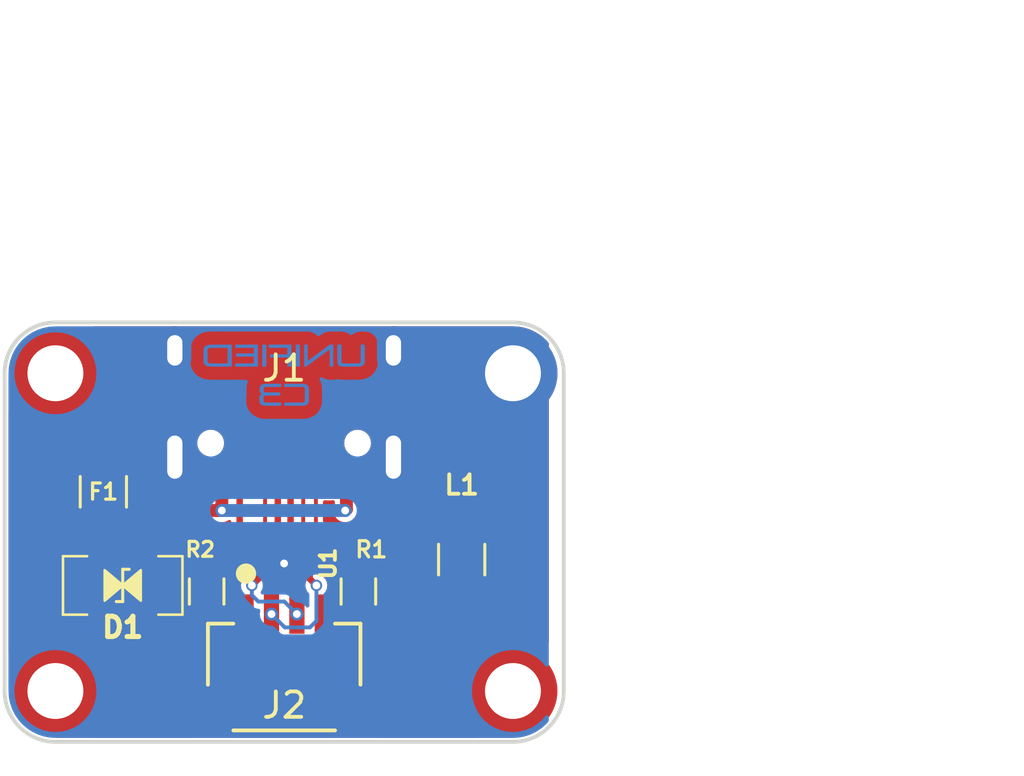
<source format=kicad_pcb>
(kicad_pcb (version 20211014) (generator pcbnew)
  (title_block (title "Unified Daughterboard") (date "2020-03-22") (rev "C3") (company "Designed by the keyboard community"))
  (layers (0 "F.Cu" signal) (31 "B.Cu" signal) (34 "B.Paste" user) (35 "F.Paste" user) (36 "B.SilkS" user "B.Silkscreen") (37 "F.SilkS" user "F.Silkscreen") (38 "B.Mask" user) (39 "F.Mask" user) (44 "Edge.Cuts" user))
  (net 0 "")
  (net 1 "GND")
  (net 2 "VCC")
  (net 3 "GNDPWR")
  (net 4 "Net-(J1-PadB8)")
  (net 5 "Net-(J1-PadA5)")
  (net 6 "DA+")
  (net 7 "Net-(J1-PadB5)")
  (net 8 "Net-(J1-PadA8)")
  (net 9 "DA-")
  (net 10 "VBUS")
  (footprint "random-keyboard-parts:Generic-Mounthole" (layer "F.Cu") (at 84.0045 58.543)
    (fp_text reference "MH2" hide)
    (fp_text value "Mount-M2" hide)
    (pad "1" thru_hole circle locked (at 0 0) (size 3.500001 3.500001) (drill 2.2) (layers *.Cu *.Mask) (net 3 "GNDPWR"))
  )
  (footprint "random-keyboard-parts:Generic-Mounthole" (layer "F.Cu") (at 66.0045 58.543)
    (fp_text reference "MH1")
    (fp_text value "Mount-M2" hide)
    (pad "" np_thru_hole circle locked (at 0 0) (size 3.500001 3.500001) (drill 2.2) (layers "F.Cu" "F.Mask") (clearance 0.508))
  )
  (footprint "acheron_Connectors:TYPE-C-31-M-12" (layer "F.Cu") (at 75.0025 63.343 180)
    (fp_text reference "J1" (at 0 5) (layer "F.SilkS"))
    (fp_text value "TYPE-C-31-M12_13")
    (pad "" np_thru_hole circle locked (at -2.89 2.051 180) (size 0.65 0.65) (drill 0.65) (layers *.Cu *.Mask))
    (pad "" np_thru_hole circle locked (at 2.89 2.051 180) (size 0.65 0.65) (drill 0.65) (layers *.Cu *.Mask))
    (pad "A1" smd roundrect locked (at -3.25 1.275 180) (size 0.6 1.45) (drill (offset 0 -0.55)) (layers "F.Cu" "F.Paste" "F.Mask") (net 3 "GNDPWR"))
    (pad "A4" smd roundrect locked (at -2.45 1.275 180) (size 0.6 1.45) (drill (offset 0 -0.55)) (layers "F.Cu" "F.Paste" "F.Mask") (net 10 "VBUS"))
    (pad "A5" smd roundrect locked (at -1.25 1.275 180) (size 0.3 1.45) (drill (offset 0 -0.55)) (layers "F.Cu" "F.Paste" "F.Mask") (net 5 "Net-(J1-PadA5)"))
    (pad "A6" smd roundrect locked (at -0.254 1.275 180) (size 0.3 1.45) (drill (offset 0 -0.55)) (layers "F.Cu" "F.Paste" "F.Mask") (net 6 "DA+"))
    (pad "A7" smd roundrect locked (at 0.25 1.275 180) (size 0.3 1.45) (drill (offset 0 -0.55)) (layers "F.Cu" "F.Paste" "F.Mask") (net 9 "DA-"))
    (pad "A8" smd roundrect locked (at 1.25 1.275 180) (size 0.3 1.45) (drill (offset 0 -0.55)) (layers "F.Cu" "F.Paste" "F.Mask") (net 8 "Net-(J1-PadA8)"))
    (pad "B1" smd roundrect locked (at 3.25 1.275 180) (size 0.6 1.45) (drill (offset 0 -0.55)) (layers "F.Cu" "F.Paste" "F.Mask") (net 3 "GNDPWR"))
    (pad "B4" smd roundrect locked (at 2.45 1.275 180) (size 0.6 1.45) (drill (offset 0 -0.55)) (layers "F.Cu" "F.Paste" "F.Mask") (net 10 "VBUS"))
    (pad "B5" smd roundrect locked (at 1.75 1.275 180) (size 0.3 1.45) (drill (offset 0 -0.55)) (layers "F.Cu" "F.Paste" "F.Mask") (net 7 "Net-(J1-PadB5)"))
    (pad "B6" smd roundrect locked (at 0.75 1.275 180) (size 0.3 1.45) (drill (offset 0 -0.55)) (layers "F.Cu" "F.Paste" "F.Mask") (net 6 "DA+"))
    (pad "B7" smd roundrect locked (at -0.75 1.275 180) (size 0.3 1.45) (drill (offset 0 -0.55)) (layers "F.Cu" "F.Paste" "F.Mask") (net 9 "DA-"))
    (pad "B8" smd roundrect locked (at -1.75 1.275 180) (size 0.3 1.45) (drill (offset 0 -0.55)) (layers "F.Cu" "F.Paste" "F.Mask") (net 4 "Net-(J1-PadB8)"))
    (pad "S" thru_hole oval locked (at -4.3 1.5 180) (size 1.1 2.2) (drill oval 0.6 1.7) (layers *.Cu *.Mask) (net 3 "GNDPWR"))
    (pad "S" thru_hole oval locked (at 4.3 5.7 180) (size 1.3 1.9) (drill oval 0.6 1.2) (layers *.Cu *.Mask) (net 3 "GNDPWR"))
    (pad "S" thru_hole oval locked (at -4.3 5.7 180) (size 1.3 1.9) (drill oval 0.6 1.2) (layers *.Cu *.Mask) (net 3 "GNDPWR"))
    (pad "S" thru_hole oval locked (at 4.3 1.5 180) (size 1.1 2.2) (drill oval 0.6 1.7) (layers *.Cu *.Mask) (net 3 "GNDPWR"))
  )
  (footprint "random-keyboard-parts:JST-SR-4" (layer "F.Cu") (at 75.0045 72.793)
    (fp_text reference "J2" (at 0.004 -1.189) (layer "F.SilkS"))
    (fp_text value "SM04B-SRSS-TB(LF)(SN)")
    (fp_line (start 2 -4.4) (end 3 -4.4) (layer "F.SilkS") (width 0.15))
    (fp_line (start 3 -4.4) (end 3 -2) (layer "F.SilkS") (width 0.15))
    (fp_line (start -3 -2) (end -3 -4.4) (layer "F.SilkS") (width 0.15))
    (fp_line (start 2 -0.2) (end -2 -0.2) (layer "F.SilkS") (width 0.15))
    (fp_line (start -3 -4.4) (end -2 -4.4) (layer "F.SilkS") (width 0.15))
    (pad "" smd rect locked (at 2.8 -0.9) (size 1.2 1.8) (layers "F.Cu" "F.Paste" "F.Mask"))
    (pad "" smd rect locked (at -2.8 -0.9) (size 1.2 1.8) (layers "F.Cu" "F.Paste" "F.Mask"))
    (pad "1" smd rect locked (at -1.5 -4.775) (size 0.6 1.55) (layers "F.Cu" "F.Paste" "F.Mask") (net 2 "VCC"))
    (pad "2" smd rect locked (at -0.5 -4.775) (size 0.6 1.55) (layers "F.Cu" "F.Paste" "F.Mask") (net 9 "DA-"))
    (pad "3" smd rect locked (at 0.5 -4.775) (size 0.6 1.55) (layers "F.Cu" "F.Paste" "F.Mask") (net 6 "DA+"))
    (pad "4" smd rect locked (at 1.5 -4.775) (size 0.6 1.55) (layers "F.Cu" "F.Paste" "F.Mask") (net 1 "GND"))
  )
  (footprint "acheron_Components:D_SOD-123_Bidirectional" (layer "F.Cu") (at 68.6525 66.89 180)
    (fp_text reference "D1" (at 0 -1.651 180) (layer "F.SilkS") (effects (font (size 0.8 0.8) (thickness 0.2))))
    (fp_text value "SMF9.0CA")
    (fp_line (start 0 0.635) (end 0 -0.635) (layer "F.SilkS") (width 0.12))
    (fp_line (start 2.35 -1.15) (end 1.4 -1.15) (layer "F.SilkS") (width 0.1016))
    (fp_line (start -2.35 1.15) (end -1.4 1.15) (layer "F.SilkS") (width 0.1016))
    (fp_line (start 2.35 -1.15) (end 2.35 1.15) (layer "F.SilkS") (width 0.1016))
    (fp_line (start -2.35 1.15) (end -2.35 -1.15) (layer "F.SilkS") (width 0.1016))
    (fp_line (start 0 0.635) (end -0.254 0.635) (layer "F.SilkS") (width 0.12))
    (fp_line (start 0 -0.635) (end 0.254 -0.635) (layer "F.SilkS") (width 0.12))
    (fp_line (start -2.35 -1.15) (end -1.4 -1.15) (layer "F.SilkS") (width 0.1016))
    (fp_line (start 2.35 1.15) (end 1.4 1.15) (layer "F.SilkS") (width 0.1016))
    (fp_poly (pts (xy 0 0) (xy -0.711 0.6) (xy -0.711 -0.6)) (layer "F.SilkS") (width 0.1) (fill solid))
    (fp_poly (pts (xy 0 0) (xy 0.711 -0.6) (xy 0.711 0.6)) (layer "F.SilkS") (width 0.1) (fill solid))
    (pad "1" smd roundrect locked (at -1.65 0 180) (size 1 1.2) (layers "F.Cu" "F.Paste" "F.Mask") (net 3 "GNDPWR"))
    (pad "2" smd roundrect locked (at 1.65 0 180) (size 1 1.2) (layers "F.Cu" "F.Paste" "F.Mask") (net 2 "VCC"))
  )
  (footprint "random-keyboard-parts:Generic-Mounthole" (layer "F.Cu") (at 84.0045 71.043)
    (fp_text reference "MH4" hide)
    (fp_text value "Mount-M2" hide)
    (pad "" np_thru_hole circle locked (at 0 0) (size 3.500001 3.500001) (drill 2.2) (layers "F.Cu" "F.Mask") (clearance 0.508))
  )
  (footprint "random-keyboard-parts:Generic-Mounthole" (layer "F.Cu") (at 66.0045 71.043)
    (fp_text reference "MH3" hide)
    (fp_text value "Mount-M2" hide)
    (pad "" np_thru_hole circle locked (at 0 0) (size 3.500001 3.500001) (drill 2.2) (layers "F.Cu" "F.Mask") (clearance 0.508))
  )
  (footprint "Fuse:Fuse_1206_3216Metric" (layer "F.Cu") (at 67.8905 63.207 -90)
    (fp_text reference "F1" (at 0 0) (layer "F.SilkS") (effects (font (size 0.635 0.635) (thickness 0.127))))
    (fp_text value "ASMD1206-150")
    (fp_line (start -0.602064 -0.91) (end 0.602064 -0.91) (layer "F.SilkS") (width 0.12))
    (fp_line (start -0.602064 0.91) (end 0.602064 0.91) (layer "F.SilkS") (width 0.12))
    (pad "1" smd roundrect locked (at -1.4 0 270) (size 1.25 1.75) (layers "F.Cu" "F.Paste" "F.Mask") (roundrect_rratio 0.2) (net 10 "VBUS"))
    (pad "2" smd roundrect locked (at 1.4 0 270) (size 1.25 1.75) (layers "F.Cu" "F.Paste" "F.Mask") (roundrect_rratio 0.2) (net 2 "VCC"))
  )
  (footprint "acheron_Components:USON-10_2.5x1.0mm_P0.5mm" (layer "F.Cu") (at 75.0025 66.0264 90)
    (fp_text reference "U1" (at 0 1.7272 90) (layer "F.SilkS") (effects (font (size 0.6 0.6))))
    (fp_text value "TPD4E05U06DQAR")
    (fp_circle (center -0.4 -1.5) (end -0.4 -1.5) (layer "F.SilkS") (width 0.4) (fill none))
    (pad "1" smd roundrect locked (at -0.385 -1) (size 0.25 0.55) (layers "F.Cu" "F.Paste" "F.Mask") (roundrect_rratio 0.5) (net 6 "DA+"))
    (pad "2" smd rect locked (at -0.385 -0.5) (size 0.25 0.55) (layers "F.Cu" "F.Paste" "F.Mask") (net 9 "DA-"))
    (pad "3" smd rect locked (at -0.385 0) (size 0.3 0.55) (layers "F.Cu" "F.Paste" "F.Mask") (net 3 "GNDPWR"))
    (pad "4" smd rect locked (at -0.385 0.5) (size 0.25 0.55) (layers "F.Cu" "F.Paste" "F.Mask") (net 6 "DA+"))
    (pad "5" smd rect locked (at -0.385 1) (size 0.25 0.55) (layers "F.Cu" "F.Paste" "F.Mask") (net 9 "DA-"))
    (pad "6" smd rect locked (at 0.385 1) (size 0.25 0.55) (layers "F.Cu" "F.Paste" "F.Mask") (net 9 "DA-"))
    (pad "7" smd rect locked (at 0.385 0.5) (size 0.25 0.55) (layers "F.Cu" "F.Paste" "F.Mask") (net 6 "DA+"))
    (pad "8" smd rect locked (at 0.385 0) (size 0.3 0.55) (layers "F.Cu" "F.Paste" "F.Mask") (net 3 "GNDPWR"))
    (pad "9" smd rect locked (at 0.385 -0.5) (size 0.25 0.55) (layers "F.Cu" "F.Paste" "F.Mask") (net 9 "DA-"))
    (pad "10" smd rect locked (at 0.385 -1) (size 0.25 0.55) (layers "F.Cu" "F.Paste" "F.Mask") (net 6 "DA+"))
  )
  (footprint "Resistors_SMD:R_0603" (layer "F.Cu") (at 71.9545 67.129 -90)
    (fp_text reference "R2" (at -1.651 0.254 180) (layer "F.SilkS") (effects (font (size 0.5842 0.5842) (thickness 0.127))))
    (fp_text value "5.1k")
    (fp_line (start -0.5 -0.68) (end 0.5 -0.68) (layer "F.SilkS") (width 0.12))
    (fp_line (start 0.5 0.68) (end -0.5 0.68) (layer "F.SilkS") (width 0.12))
    (pad "1" smd rect locked (at -0.75 0 270) (size 0.5 0.9) (layers "F.Cu" "F.Paste" "F.Mask") (net 7 "Net-(J1-PadB5)"))
    (pad "2" smd rect locked (at 0.75 0 270) (size 0.5 0.9) (layers "F.Cu" "F.Paste" "F.Mask") (net 3 "GNDPWR"))
  )
  (footprint "Resistors_SMD:R_0603" (layer "F.Cu") (at 77.9235 67.129 -90)
    (fp_text reference "R1" (at -1.651 -0.508) (layer "F.SilkS") (effects (font (size 0.635 0.635) (thickness 0.127))))
    (fp_text value "5.1k")
    (fp_line (start 0.5 0.68) (end -0.5 0.68) (layer "F.SilkS") (width 0.12))
    (fp_line (start -0.5 -0.68) (end 0.5 -0.68) (layer "F.SilkS") (width 0.12))
    (pad "1" smd rect locked (at -0.75 0 270) (size 0.5 0.9) (layers "F.Cu" "F.Paste" "F.Mask") (net 5 "Net-(J1-PadA5)"))
    (pad "2" smd rect locked (at 0.75 0 270) (size 0.5 0.9) (layers "F.Cu" "F.Paste" "F.Mask") (net 3 "GNDPWR"))
  )
  (footprint "Inductor_SMD:L_1206_3216Metric" (layer "F.Cu") (at 81.9875 65.874 90)
    (fp_text reference "L1" (at 2.936 0 180) (layer "F.SilkS") (effects (font (size 0.762 0.762) (thickness 0.1524))))
    (fp_text value "60R@100MHz")
    (fp_line (start -0.602064 -0.91) (end 0.602064 -0.91) (layer "F.SilkS") (width 0.12))
    (fp_line (start -0.602064 0.91) (end 0.602064 0.91) (layer "F.SilkS") (width 0.12))
    (pad "1" smd roundrect locked (at -1.4 0 90) (size 1.25 1.75) (layers "F.Cu" "F.Paste" "F.Mask") (roundrect_rratio 0.2) (net 1 "GND"))
    (pad "2" smd roundrect locked (at 1.4 0 90) (size 1.25 1.75) (layers "F.Cu" "F.Paste" "F.Mask") (roundrect_rratio 0.2) (net 3 "GNDPWR"))
  )
  (footprint "Unified-Daughterboard-Logo:Unified-Daughterboard-Name.pretty" (layer "B.Cu") (at 75.0025 58.62 180)
    (fp_text reference "G2" hide)
    (fp_text value "Unified-Daughterboard-Name" hide)
    (pad "1" smd custom locked (at 0.78 0.91 180) (size 0.1 0.1) (layers "B.Cu" "B.Mask") (options (clearance outline) (anchor circle)) (primitives (gr_poly (pts (xy 0.082346 0.294029) (xy -0.08184 0.294029) (xy -0.08184 -0.574233) (xy 0.082346 -0.574233)) (width 0) (fill yes))))
    (pad "1" smd custom locked (at 0.52 -0.73 180) (size 0.1 0.1) (layers "B.Cu" "B.Mask") (options (clearance outline) (anchor circle)) (primitives (gr_poly (pts (xy -0.066911 -0.474026) (xy -0.029886 -0.474008) (xy 0.004963 -0.473974) (xy 0.037575 -0.473927) (xy 0.067891 -0.473865) (xy 0.095849 -0.473788) (xy 0.12139 -0.473699) (xy 0.144453 -0.473596) (xy 0.164979 -0.473479) (xy 0.182908 -0.47335) (xy 0.198179 -0.473209) (xy 0.210732 -0.473055) (xy 0.220507 -0.472889) (xy 0.227444 -0.472711) (xy 0.231483 -0.472522) (xy 0.237137 -0.472068) (xy 0.265071 -0.469006) (xy 0.29046 -0.464759) (xy 0.313456 -0.459297) (xy 0.33421 -0.452591) (xy 0.334816 -0.452364) (xy 0.358101 -0.442428) (xy 0.37881 -0.431054) (xy 0.396964 -0.418223) (xy 0.412579 -0.40392) (xy 0.425675 -0.388126) (xy 0.436271 -0.370825) (xy 0.444385 -0.352) (xy 0.446185 -0.346852) (xy 0.448098 -0.341211) (xy 0.44972 -0.336013) (xy 0.451078 -0.330975) (xy 0.452198 -0.325813) (xy 0.453106 -0.320243) (xy 0.453827 -0.313983) (xy 0.454388 -0.306749) (xy 0.454815 -0.298257) (xy 0.455134 -0.288225) (xy 0.45537 -0.276368) (xy 0.45555 -0.262402) (xy 0.455699 -0.246046) (xy 0.455845 -0.227015) (xy 0.455901 -0.219124) (xy 0.456011 -0.199114) (xy 0.456045 -0.181718) (xy 0.45599 -0.166684) (xy 0.455834 -0.153757) (xy 0.455565 -0.142686) (xy 0.45517 -0.133217) (xy 0.454638 -0.125097) (xy 0.453956 -0.118075) (xy 0.453111 -0.111896) (xy 0.452092 -0.106308) (xy 0.450886 -0.101058) (xy 0.449481 -0.095893) (xy 0.448048 -0.091184) (xy 0.443513 -0.079144) (xy 0.437945 -0.06865) (xy 0.430795 -0.058772) (xy 0.421513 -0.048579) (xy 0.408658 -0.036859) (xy 0.391868 -0.024655) (xy 0.374014 -0.014706) (xy 0.355658 -0.007361) (xy 0.35215 -0.006203) (xy 0.348261 -0.004834) (xy 0.346233 -0.004003) (xy 0.346162 -0.003934) (xy 0.34719 -0.003066) (xy 0.35037 -0.001668) (xy 0.355107 -0.000007) (xy 0.36731 0.004652) (xy 0.383421 0.013403) (xy 0.39796 0.024494) (xy 0.410787 0.03775) (xy 0.421759 0.052993) (xy 0.430735 0.070047) (xy 0.437575 0.088735) (xy 0.442136 0.108879) (xy 0.442139 0.108898) (xy 0.442861 0.115151) (xy 0.443453 0.123868) (xy 0.443917 0.134561) (xy 0.444252 0.146738) (xy 0.444456 0.159912) (xy 0.444531 0.173593) (xy 0.444476 0.187292) (xy 0.44429 0.200519) (xy 0.443972 0.212784) (xy 0.443524 0.2236) (xy 0.442943 0.232475) (xy 0.442231 0.238921) (xy 0.442093 0.239803) (xy 0.43736 0.262045) (xy 0.430475 0.282284) (xy 0.421412 0.300576) (xy 0.410142 0.316976) (xy 0.396639 0.331537) (xy 0.395515 0.332578) (xy 0.379667 0.345468) (xy 0.361931 0.356757) (xy 0.342202 0.366479) (xy 0.320374 0.374669) (xy 0.296342 0.38136) (xy 0.269999 0.386589) (xy 0.24124 0.39039) (xy 0.20996 0.392797) (xy 0.206929 0.392927) (xy 0.199447 0.39313) (xy 0.189048 0.393313) (xy 0.175759 0.393475) (xy 0.159607 0.393616) (xy 0.140617 0.393736) (xy 0.118817 0.393835) (xy 0.094232 0.393912) (xy 0.066889 0.393969) (xy 0.036814 0.394003) (xy 0.004034 0.394017) (xy -0.031425 0.394008) (xy -0.069537 0.393978) (xy -0.110275 0.393927) (xy -0.400928 0.393493) (xy -0.401314 0.32956) (xy -0.401699 0.265627) (xy -0.095869 0.265175) (xy -0.089214 0.265166) (xy -0.054206 0.265112) (xy -0.022011 0.26506) (xy 0.007495 0.265008) (xy 0.034436 0.264954) (xy 0.058934 0.264898) (xy 0.081114 0.264838) (xy 0.101099 0.264773) (xy 0.119012 0.264703) (xy 0.134977 0.264625) (xy 0.149117 0.264538) (xy 0.161556 0.264442) (xy 0.172416 0.264335) (xy 0.181822 0.264216) (xy 0.189898 0.264083) (xy 0.196765 0.263937) (xy 0.202549 0.263774) (xy 0.207372 0.263595) (xy 0.211358 0.263398) (xy 0.21463 0.263182) (xy 0.217312 0.262945) (xy 0.219527 0.262687) (xy 0.221398 0.262406) (xy 0.22305 0.262101) (xy 0.235632 0.259124) (xy 0.246579 0.255351) (xy 0.255535 0.250693) (xy 0.262986 0.244896) (xy 0.269417 0.237704) (xy 0.270432 0.236357) (xy 0.27271 0.233097) (xy 0.274566 0.229844) (xy 0.276047 0.226267) (xy 0.277201 0.222038) (xy 0.278074 0.216826) (xy 0.278713 0.210304) (xy 0.279165 0.20214) (xy 0.279478 0.192007) (xy 0.279698 0.179573) (xy 0.279873 0.164511) (xy 0.279893 0.162473) (xy 0.280015 0.147592) (xy 0.280035 0.135283) (xy 0.279921 0.125202) (xy 0.279642 0.117006) (xy 0.279164 0.110352) (xy 0.278455 0.104896) (xy 0.277483 0.100294) (xy 0.276214 0.096204) (xy 0.274618 0.092282) (xy 0.272661 0.088185) (xy 0.268629 0.08143) (xy 0.2623 0.074348) (xy 0.254177 0.06852) (xy 0.243885 0.063686) (xy 0.231049 0.059589) (xy 0.218836 0.056317) (xy -0.36395 0.054767) (xy -0.36472 -0.073087) (xy -0.078859 -0.073598) (xy -0.050795 -0.073647) (xy -0.018414 -0.073702) (xy 0.011242 -0.073755) (xy 0.038304 -0.073808) (xy 0.062901 -0.073865) (xy 0.085163 -0.07393) (xy 0.10522 -0.074005) (xy 0.123202 -0.074095) (xy 0.139238 -0.074203) (xy 0.153457 -0.074332) (xy 0.165991 -0.074485) (xy 0.176968 -0.074668) (xy 0.186519 -0.074882) (xy 0.194773 -0.075131) (xy 0.201859 -0.075419) (xy 0.207909 -0.075749) (xy 0.21305 -0.076125) (xy 0.217414 -0.076549) (xy 0.22113 -0.077027) (xy 0.224328 -0.077561) (xy 0.227137 -0.078154) (xy 0.229687 -0.07881) (xy 0.232109 -0.079533) (xy 0.234531 -0.080326) (xy 0.237084 -0.081192) (xy 0.239897 -0.082135) (xy 0.242024 -0.082851) (xy 0.256147 -0.088622) (xy 0.267622 -0.095389) (xy 0.276633 -0.103349) (xy 0.283362 -0.112695) (xy 0.287993 -0.123624) (xy 0.290709 -0.13633) (xy 0.290791 -0.136997) (xy 0.291226 -0.142773) (xy 0.291546 -0.151397) (xy 0.291751 -0.162775) (xy 0.291838 -0.176815) (xy 0.291807 -0.193423) (xy 0.291656 -0.212506) (xy 0.29154 -0.223211) (xy 0.291345 -0.238241) (xy 0.29111 -0.250811) (xy 0.290801 -0.26123) (xy 0.290384 -0.269806) (xy 0.289826 -0.276847) (xy 0.289093 -0.28266) (xy 0.288151 -0.287554) (xy 0.286966 -0.291836) (xy 0.285505 -0.295814) (xy 0.283733 -0.299797) (xy 0.281618 -0.304092) (xy 0.28113 -0.305037) (xy 0.27485 -0.314468) (xy 0.266565 -0.322593) (xy 0.256059 -0.329555) (xy 0.243116 -0.335501) (xy 0.22752 -0.340576) (xy 0.21292 -0.344604) (xy -0.094004 -0.345344) (xy -0.400928 -0.346083) (xy -0.401314 -0.410057) (xy -0.401699 -0.47403) (xy -0.095055 -0.47403)) (width 0) (fill yes))))
    (pad "1" smd custom locked (at -0.21 1.11 180) (size 0.1 0.1) (layers "B.Cu" "B.Mask") (options (clearance outline) (anchor circle)) (primitives (gr_poly (pts (xy 0.003288 -0.773876) (xy 0.085012 -0.773493) (xy 0.085387 -0.594886) (xy 0.085763 -0.416278) (xy 0.764682 -0.416278) (xy 0.764682 -0.287592) (xy 0.085751 -0.287592) (xy 0.085751 -0.034657) (xy 0.813494 -0.034657) (xy 0.813494 0.094029) (xy -0.078435 0.094029) (xy -0.078435 -0.774258)) (width 0) (fill yes))))
    (pad "1" smd custom locked (at 1.12 1.09 180) (size 0.1 0.1) (layers "B.Cu" "B.Mask") (options (clearance outline) (anchor circle)) (primitives (gr_poly (pts (xy 0.801419 -0.625552) (xy 0.437177 -0.62518) (xy 0.072936 -0.624807) (xy 0.072558 -0.492053) (xy 0.072181 -0.359299) (xy 0.76444 -0.359299) (xy 0.76444 -0.230613) (xy 0.072197 -0.230613) (xy 0.072197 -0.014657) (xy 0.801419 -0.014657) (xy 0.801419 0.114029) (xy -0.091989 0.114029) (xy -0.091989 -0.319116) (xy -0.091987 -0.350411) (xy -0.091978 -0.385353) (xy -0.091963 -0.419426) (xy -0.091941 -0.452515) (xy -0.091914 -0.484502) (xy -0.091882 -0.515272) (xy -0.091844 -0.544709) (xy -0.091802 -0.572696) (xy -0.091755 -0.599118) (xy -0.091703 -0.623859) (xy -0.091647 -0.646802) (xy -0.091588 -0.667831) (xy -0.091524 -0.686831) (xy -0.091458 -0.703685) (xy -0.091388 -0.718277) (xy -0.091316 -0.730491) (xy -0.091241 -0.740211) (xy -0.091164 -0.747321) (xy -0.091084 -0.751705) (xy -0.091003 -0.753247) (xy -0.09095 -0.75326) (xy -0.088934 -0.75334) (xy -0.084093 -0.753417) (xy -0.076541 -0.753493) (xy -0.066393 -0.753567) (xy -0.053764 -0.753638) (xy -0.038766 -0.753707) (xy -0.021516 -0.753772) (xy -0.002127 -0.753834) (xy 0.019286 -0.753893) (xy 0.042608 -0.753947) (xy 0.067726 -0.753998) (xy 0.094525 -0.754045) (xy 0.122891 -0.754087) (xy 0.152708 -0.754124) (xy 0.183864 -0.754156) (xy 0.216242 -0.754183) (xy 0.24973 -0.754204) (xy 0.284211 -0.75422) (xy 0.319573 -0.75423) (xy 0.355701 -0.754233) (xy 0.801419 -0.754233)) (width 0) (fill yes))))
    (pad "1" smd custom locked (at -3.1 0.8 180) (size 0.1 0.1) (layers "B.Cu" "B.Mask") (options (clearance outline) (anchor circle)) (primitives (gr_poly (pts (xy 0.533046 -0.464006) (xy 0.56005 -0.463987) (xy 0.586556 -0.463959) (xy 0.612387 -0.46392) (xy 0.637369 -0.463872) (xy 0.661326 -0.463814) (xy 0.684081 -0.463747) (xy 0.70546 -0.463669) (xy 0.725286 -0.463582) (xy 0.743383 -0.463485) (xy 0.759577 -0.463378) (xy 0.773691 -0.463261) (xy 0.785549 -0.463134) (xy 0.794977 -0.462998) (xy 0.801797 -0.462851) (xy 0.805835 -0.462694) (xy 0.809248 -0.462474) (xy 0.830305 -0.460737) (xy 0.849006 -0.458433) (xy 0.865846 -0.455443) (xy 0.88132 -0.451648) (xy 0.895924 -0.44693) (xy 0.910155 -0.441169) (xy 0.924506 -0.434247) (xy 0.925882 -0.433527) (xy 0.943719 -0.42249) (xy 0.959403 -0.409438) (xy 0.97288 -0.394443) (xy 0.984093 -0.377575) (xy 0.992987 -0.358905) (xy 0.999505 -0.338505) (xy 1.000264 -0.33551) (xy 1.001227 -0.331773) (xy 1.002118 -0.328305) (xy 1.002938 -0.324986) (xy 1.003692 -0.321698) (xy 1.004382 -0.31832) (xy 1.005011 -0.314732) (xy 1.005582 -0.310816) (xy 1.006098 -0.306452) (xy 1.006562 -0.301521) (xy 1.006978 -0.295902) (xy 1.007348 -0.289476) (xy 1.007675 -0.282124) (xy 1.007962 -0.273726) (xy 1.008212 -0.264163) (xy 1.008429 -0.253315) (xy 1.008615 -0.241063) (xy 1.008774 -0.227287) (xy 1.008908 -0.211867) (xy 1.00902 -0.194684) (xy 1.009113 -0.175619) (xy 1.009192 -0.154552) (xy 1.009257 -0.131363) (xy 1.009313 -0.105933) (xy 1.009362 -0.078142) (xy 1.009408 -0.047871) (xy 1.009454 -0.015001) (xy 1.009502 0.020589) (xy 1.009556 0.059017) (xy 1.010053 0.404029) (xy 0.844293 0.404029) (xy 0.844293 0.067094) (xy 0.844292 0.034112) (xy 0.844287 -0.001018) (xy 0.844278 -0.033401) (xy 0.844263 -0.063151) (xy 0.844243 -0.090381) (xy 0.844216 -0.115203) (xy 0.844182 -0.137732) (xy 0.844139 -0.15808) (xy 0.844088 -0.176361) (xy 0.844027 -0.192687) (xy 0.843956 -0.207172) (xy 0.843874 -0.219928) (xy 0.84378 -0.231069) (xy 0.843673 -0.240709) (xy 0.843553 -0.24896) (xy 0.843419 -0.255935) (xy 0.84327 -0.261748) (xy 0.843106 -0.266511) (xy 0.842926 -0.270338) (xy 0.842728 -0.273342) (xy 0.842513 -0.275636) (xy 0.842279 -0.277334) (xy 0.842026 -0.278547) (xy 0.841693 -0.279782) (xy 0.836778 -0.292623) (xy 0.829625 -0.303717) (xy 0.820189 -0.313093) (xy 0.808426 -0.320781) (xy 0.794289 -0.326811) (xy 0.777734 -0.331215) (xy 0.758715 -0.334021) (xy 0.757371 -0.334117) (xy 0.752564 -0.334299) (xy 0.745076 -0.334468) (xy 0.735089 -0.334626) (xy 0.722784 -0.334772) (xy 0.708343 -0.334906) (xy 0.691949 -0.335028) (xy 0.673782 -0.335138) (xy 0.654026 -0.335236) (xy 0.632862 -0.335322) (xy 0.610471 -0.335397) (xy 0.587037 -0.335459) (xy 0.56274 -0.335509) (xy 0.537763 -0.335548) (xy 0.512288 -0.335574) (xy 0.486496 -0.335589) (xy 0.46057 -0.335592) (xy 0.434691 -0.335583) (xy 0.409041 -0.335562) (xy 0.383803 -0.335529) (xy 0.359158 -0.335484) (xy 0.335288 -0.335427) (xy 0.312375 -0.335358) (xy 0.290601 -0.335278) (xy 0.270149 -0.335185) (xy 0.251199 -0.335081) (xy 0.233933 -0.334964) (xy 0.218535 -0.334836) (xy 0.205185 -0.334696) (xy 0.194065 -0.334544) (xy 0.185359 -0.33438) (xy 0.179246 -0.334204) (xy 0.17591 -0.334016) (xy 0.159412 -0.331646) (xy 0.142509 -0.327411) (xy 0.128049 -0.321571) (xy 0.115997 -0.314107) (xy 0.106317 -0.305001) (xy 0.098977 -0.294237) (xy 0.098866 -0.29403) (xy 0.097893 -0.292277) (xy 0.096994 -0.290699) (xy 0.096166 -0.289178) (xy 0.095405 -0.287598) (xy 0.094709 -0.285845) (xy 0.094075 -0.283801) (xy 0.0935 -0.281351) (xy 0.092981 -0.278379) (xy 0.092515 -0.274769) (xy 0.0921 -0.270405) (xy 0.091732 -0.26517) (xy 0.091408 -0.258949) (xy 0.091127 -0.251626) (xy 0.090884 -0.243085) (xy 0.090677 -0.233209) (xy 0.090503 -0.221883) (xy 0.09036 -0.208991) (xy 0.090244 -0.194417) (xy 0.090152 -0.178044) (xy 0.090082 -0.159757) (xy 0.09003 -0.13944) (xy 0.089995 -0.116977) (xy 0.089972 -0.092251) (xy 0.089959 -0.065147) (xy 0.089953 -0.035549) (xy 0.089952 -0.003341) (xy 0.089952 0.031594) (xy 0.089951 0.069371) (xy 0.089925 0.404029) (xy -0.07426 0.404029) (xy -0.074233 0.064934) (xy -0.074233 0.056895) (xy -0.074227 0.019475) (xy -0.074217 -0.015124) (xy -0.074202 -0.047016) (xy -0.074181 -0.076313) (xy -0.074153 -0.10313) (xy -0.074119 -0.12758) (xy -0.074076 -0.149778) (xy -0.074025 -0.169835) (xy -0.073965 -0.187867) (xy -0.073894 -0.203987) (xy -0.073813 -0.218309) (xy -0.07372 -0.230945) (xy -0.073615 -0.242011) (xy -0.073498 -0.251618) (xy -0.073366 -0.259882) (xy -0.07322 -0.266916) (xy -0.07306 -0.272833) (xy -0.072883 -0.277748) (xy -0.07269 -0.281773) (xy -0.07248 -0.285022) (xy -0.072252 -0.287609) (xy -0.072005 -0.289648) (xy -0.070903 -0.296724) (xy -0.065671 -0.320281) (xy -0.058291 -0.341867) (xy -0.048721 -0.361574) (xy -0.036916 -0.379497) (xy -0.022834 -0.39573) (xy -0.01687 -0.401474) (xy -0.003985 -0.412081) (xy 0.010583 -0.421761) (xy 0.027473 -0.430958) (xy 0.034325 -0.434254) (xy 0.056097 -0.4432) (xy 0.079213 -0.450434) (xy 0.103987 -0.456031) (xy 0.130734 -0.460065) (xy 0.159766 -0.462612) (xy 0.162074 -0.462714) (xy 0.168001 -0.462866) (xy 0.176592 -0.463008) (xy 0.187672 -0.463141) (xy 0.201065 -0.463265) (xy 0.216596 -0.46338) (xy 0.234088 -0.463485) (xy 0.253366 -0.463581) (xy 0.274255 -0.463667) (xy 0.296578 -0.463744) (xy 0.32016 -0.463811) (xy 0.344824 -0.463869) (xy 0.370397 -0.463917) (xy 0.396701 -0.463956) (xy 0.423561 -0.463985) (xy 0.450801 -0.464005) (xy 0.478246 -0.464015) (xy 0.505719 -0.464015)) (width 0) (fill yes))))
    (pad "1" smd custom locked (at -0.9 -0.79 180) (size 0.1 0.1) (layers "B.Cu" "B.Mask") (options (clearance outline) (anchor circle)) (primitives (gr_poly (pts (xy 0.894083 -0.285396) (xy 0.162643 -0.284604) (xy 0.148215 -0.28062) (xy 0.140689 -0.27833) (xy 0.125966 -0.272283) (xy 0.113823 -0.264855) (xy 0.104221 -0.256019) (xy 0.097122 -0.245749) (xy 0.096154 -0.243975) (xy 0.095065 -0.242029) (xy 0.094077 -0.240196) (xy 0.093185 -0.238338) (xy 0.092383 -0.236315) (xy 0.091667 -0.233986) (xy 0.091032 -0.231212) (xy 0.090474 -0.227854) (xy 0.089987 -0.223772) (xy 0.089566 -0.218826) (xy 0.089207 -0.212877) (xy 0.088905 -0.205785) (xy 0.088655 -0.19741) (xy 0.088453 -0.187613) (xy 0.088293 -0.176254) (xy 0.08817 -0.163194) (xy 0.088081 -0.148292) (xy 0.088019 -0.131409) (xy 0.087981 -0.112407) (xy 0.08796 -0.091143) (xy 0.087954 -0.067481) (xy 0.087956 -0.041279) (xy 0.087962 -0.012397) (xy 0.087967 0.019302) (xy 0.087968 0.035011) (xy 0.08797 0.065453) (xy 0.087973 0.093142) (xy 0.087983 0.118217) (xy 0.088004 0.140816) (xy 0.088041 0.161079) (xy 0.088097 0.179143) (xy 0.088177 0.195148) (xy 0.088286 0.209231) (xy 0.088427 0.221532) (xy 0.088606 0.232189) (xy 0.088825 0.241342) (xy 0.089091 0.249127) (xy 0.089407 0.255685) (xy 0.089777 0.261153) (xy 0.090206 0.265671) (xy 0.090698 0.269377) (xy 0.091257 0.272409) (xy 0.091889 0.274907) (xy 0.092597 0.277009) (xy 0.093385 0.278853) (xy 0.094258 0.280578) (xy 0.09522 0.282323) (xy 0.096276 0.284226) (xy 0.102003 0.292642) (xy 0.111022 0.301664) (xy 0.122093 0.309466) (xy 0.134767 0.315738) (xy 0.148591 0.320169) (xy 0.149299 0.320338) (xy 0.151761 0.320894) (xy 0.154316 0.321409) (xy 0.157079 0.321885) (xy 0.160163 0.322323) (xy 0.163683 0.322725) (xy 0.167755 0.323092) (xy 0.172493 0.323425) (xy 0.178011 0.323727) (xy 0.184424 0.323999) (xy 0.191847 0.324243) (xy 0.200394 0.324459) (xy 0.21018 0.324651) (xy 0.22132 0.324818) (xy 0.233927 0.324964) (xy 0.248118 0.325088) (xy 0.264006 0.325194) (xy 0.281706 0.325282) (xy 0.301333 0.325354) (xy 0.323001 0.325412) (xy 0.346825 0.325457) (xy 0.372919 0.325491) (xy 0.401399 0.325515) (xy 0.432379 0.325531) (xy 0.465973 0.32554) (xy 0.502296 0.325545) (xy 0.541462 0.325546) (xy 0.894083 0.325546) (xy 0.894083 0.454326) (xy 0.523926 0.453788) (xy 0.487637 0.453732) (xy 0.447892 0.453663) (xy 0.410961 0.453591) (xy 0.376767 0.453514) (xy 0.345233 0.453431) (xy 0.316282 0.453344) (xy 0.289836 0.45325) (xy 0.265818 0.453149) (xy 0.24415 0.453042) (xy 0.224755 0.452928) (xy 0.207556 0.452805) (xy 0.192475 0.452675) (xy 0.179434 0.452535) (xy 0.168358 0.452386) (xy 0.159167 0.452228) (xy 0.151784 0.452059) (xy 0.146134 0.45188) (xy 0.142136 0.45169) (xy 0.139716 0.451488) (xy 0.129032 0.450053) (xy 0.100521 0.44515) (xy 0.074518 0.438966) (xy 0.050879 0.431444) (xy 0.029459 0.422527) (xy 0.010114 0.412157) (xy -0.0073 0.400278) (xy -0.022926 0.386832) (xy -0.030704 0.378898) (xy -0.042344 0.36482) (xy -0.052076 0.349726) (xy -0.060136 0.333172) (xy -0.066762 0.314711) (xy -0.072189 0.293898) (xy -0.075501 0.278953) (xy -0.075501 0.000861) (xy -0.075498 -0.030031) (xy -0.075491 -0.058179) (xy -0.075478 -0.083719) (xy -0.075459 -0.106786) (xy -0.075432 -0.127516) (xy -0.075396 -0.146044) (xy -0.075348 -0.162506) (xy -0.075289 -0.177038) (xy -0.075216 -0.189776) (xy -0.075129 -0.200854) (xy -0.075025 -0.21041) (xy -0.074904 -0.218577) (xy -0.074764 -0.225492) (xy -0.074604 -0.231291) (xy -0.074422 -0.236108) (xy -0.074218 -0.240081) (xy -0.073989 -0.243343) (xy -0.073735 -0.246032) (xy -0.073454 -0.248282) (xy -0.073144 -0.250229) (xy -0.072805 -0.252009) (xy -0.071402 -0.25847) (xy -0.064639 -0.281934) (xy -0.055649 -0.303459) (xy -0.044427 -0.323062) (xy -0.043823 -0.323961) (xy -0.037047 -0.332809) (xy -0.028538 -0.342284) (xy -0.019054 -0.351632) (xy -0.009353 -0.360104) (xy -0.000191 -0.366948) (xy 0.019103 -0.378489) (xy 0.041682 -0.389062) (xy 0.066269 -0.397774) (xy 0.09296 -0.404651) (xy 0.121848 -0.409723) (xy 0.153028 -0.413017) (xy 0.153298 -0.413029) (xy 0.156133 -0.413074) (xy 0.161763 -0.413121) (xy 0.170059 -0.413168) (xy 0.180892 -0.413216) (xy 0.194134 -0.413263) (xy 0.209656 -0.413311) (xy 0.227328 -0.413358) (xy 0.247024 -0.413404) (xy 0.268613 -0.413449) (xy 0.291966 -0.413493) (xy 0.316956 -0.413536) (xy 0.343454 -0.413577) (xy 0.37133 -0.413616) (xy 0.400456 -0.413653) (xy 0.430703 -0.413687) (xy 0.461942 -0.413718) (xy 0.494046 -0.413747) (xy 0.526884 -0.413772) (xy 0.894083 -0.41403)) (width 0) (fill yes))))
    (pad "1" smd custom locked (at -0.54 1.02 180) (size 0.1 0.1) (layers "B.Cu" "B.Mask") (options (clearance outline) (anchor circle)) (primitives (gr_poly (pts (xy 0.084421 0.184029) (xy -0.079765 0.184029) (xy -0.079765 -0.249116) (xy -0.079762 -0.280411) (xy -0.079753 -0.315353) (xy -0.079738 -0.349426) (xy -0.079717 -0.382515) (xy -0.07969 -0.414502) (xy -0.079657 -0.445272) (xy -0.07962 -0.474709) (xy -0.079577 -0.502696) (xy -0.07953 -0.529118) (xy -0.079478 -0.553859) (xy -0.079423 -0.576802) (xy -0.079363 -0.597831) (xy -0.0793 -0.616831) (xy -0.079233 -0.633685) (xy -0.079164 -0.648277) (xy -0.079091 -0.660491) (xy -0.079016 -0.670211) (xy -0.078939 -0.677321) (xy -0.07886 -0.681705) (xy -0.078779 -0.683247) (xy -0.078157 -0.683357) (xy -0.07491 -0.683536) (xy -0.069138 -0.683701) (xy -0.061112 -0.68385) (xy -0.051103 -0.683979) (xy -0.039385 -0.684085) (xy -0.026228 -0.684165) (xy -0.011904 -0.684215) (xy 0.003314 -0.684233) (xy 0.084421 -0.684233)) (width 0) (fill yes))))
    (pad "1" smd custom locked (at -1.86 1.08 180) (size 0.1 0.1) (layers "B.Cu" "B.Mask") (options (clearance outline) (anchor circle)) (primitives (gr_poly (pts (xy 0.068747 -0.406986) (xy 0.068748 -0.389825) (xy 0.068756 -0.358871) (xy 0.06877 -0.328777) (xy 0.068792 -0.299675) (xy 0.06882 -0.271694) (xy 0.068854 -0.244966) (xy 0.068893 -0.219624) (xy 0.068938 -0.195796) (xy 0.068988 -0.173616) (xy 0.069043 -0.153214) (xy 0.069102 -0.134721) (xy 0.069166 -0.118268) (xy 0.069233 -0.103986) (xy 0.069303 -0.092007) (xy 0.069376 -0.082462) (xy 0.069452 -0.075481) (xy 0.069531 -0.071197) (xy 0.069611 -0.069739) (xy 0.070388 -0.070253) (xy 0.073417 -0.072395) (xy 0.07861 -0.076119) (xy 0.085842 -0.081333) (xy 0.094985 -0.087945) (xy 0.105914 -0.095864) (xy 0.118502 -0.104998) (xy 0.132622 -0.115254) (xy 0.148149 -0.126541) (xy 0.164954 -0.138767) (xy 0.182913 -0.15184) (xy 0.201899 -0.165668) (xy 0.221784 -0.18016) (xy 0.242443 -0.195223) (xy 0.26375 -0.210765) (xy 0.284385 -0.225822) (xy 0.307606 -0.242766) (xy 0.332747 -0.26111) (xy 0.359569 -0.280681) (xy 0.387834 -0.301305) (xy 0.417304 -0.322808) (xy 0.447742 -0.345017) (xy 0.478909 -0.367758) (xy 0.510567 -0.390857) (xy 0.54248 -0.414142) (xy 0.574407 -0.437438) (xy 0.606113 -0.460572) (xy 0.637358 -0.483369) (xy 0.667905 -0.505658) (xy 0.697516 -0.527263) (xy 0.725953 -0.548012) (xy 0.994882 -0.744233) (xy 1.07457 -0.744233) (xy 1.07457 0.124029) (xy 0.931099 0.124029) (xy 0.930726 -0.197717) (xy 0.930353 -0.519464) (xy 0.49918 -0.197759) (xy 0.068007 0.123947) (xy -0.074731 0.124029) (xy -0.074731 -0.744233) (xy 0.068747 -0.744233)) (width 0) (fill yes))))
    (pad "1" smd custom locked (at 2.15 1.08 180) (size 0.1 0.1) (layers "B.Cu" "B.Mask") (options (clearance outline) (anchor circle)) (primitives (gr_poly (pts (xy 0.313898 -0.744212) (xy 0.329394 -0.744211) (xy 0.370812 -0.744199) (xy 0.410509 -0.744176) (xy 0.448409 -0.744143) (xy 0.484433 -0.744099) (xy 0.518505 -0.744046) (xy 0.550548 -0.743982) (xy 0.580483 -0.743909) (xy 0.608234 -0.743827) (xy 0.633723 -0.743735) (xy 0.656872 -0.743635) (xy 0.677605 -0.743527) (xy 0.695844 -0.74341) (xy 0.711511 -0.743285) (xy 0.72453 -0.743153) (xy 0.734822 -0.743013) (xy 0.742311 -0.742866) (xy 0.746919 -0.742712) (xy 0.7653 -0.74162) (xy 0.792054 -0.739291) (xy 0.816538 -0.736161) (xy 0.839122 -0.732172) (xy 0.860175 -0.727264) (xy 0.880066 -0.721378) (xy 0.899954 -0.714129) (xy 0.922318 -0.703905) (xy 0.942262 -0.692199) (xy 0.959866 -0.678908) (xy 0.97521 -0.663926) (xy 0.988374 -0.64715) (xy 0.999436 -0.628476) (xy 1.008478 -0.6078) (xy 1.015577 -0.585016) (xy 1.020814 -0.560023) (xy 1.024268 -0.532714) (xy 1.024308 -0.532253) (xy 1.024561 -0.528022) (xy 1.024784 -0.521829) (xy 1.024977 -0.513591) (xy 1.025141 -0.503226) (xy 1.025275 -0.49065) (xy 1.025381 -0.47578) (xy 1.025458 -0.458533) (xy 1.025508 -0.438826) (xy 1.025529 -0.416576) (xy 1.025524 -0.391701) (xy 1.025492 -0.364116) (xy 1.025433 -0.333739) (xy 1.025349 -0.300487) (xy 1.025318 -0.289715) (xy 1.025233 -0.261007) (xy 1.025149 -0.235055) (xy 1.025064 -0.21171) (xy 1.024976 -0.190822) (xy 1.024882 -0.172242) (xy 1.024782 -0.15582) (xy 1.024672 -0.141407) (xy 1.024552 -0.128854) (xy 1.024418 -0.11801) (xy 1.02427 -0.108727) (xy 1.024104 -0.100855) (xy 1.023919 -0.094244) (xy 1.023713 -0.088745) (xy 1.023484 -0.084209) (xy 1.02323 -0.080485) (xy 1.022949 -0.077425) (xy 1.022638 -0.074879) (xy 1.022297 -0.072698) (xy 1.02117 -0.066444) (xy 1.016388 -0.043784) (xy 1.010876 -0.023626) (xy 1.004491 -0.005648) (xy 0.99709 0.010475) (xy 0.98853 0.025063) (xy 0.978668 0.03844) (xy 0.967359 0.050927) (xy 0.957464 0.06015) (xy 0.940664 0.073051) (xy 0.92186 0.084428) (xy 0.900958 0.094314) (xy 0.877866 0.102741) (xy 0.852488 0.109741) (xy 0.824732 0.115348) (xy 0.794505 0.119594) (xy 0.761711 0.122511) (xy 0.76038 0.12258) (xy 0.755247 0.122731) (xy 0.747246 0.122876) (xy 0.736436 0.123012) (xy 0.722881 0.123141) (xy 0.706643 0.123262) (xy 0.687783 0.123374) (xy 0.666363 0.123478) (xy 0.642445 0.123573) (xy 0.616092 0.12366) (xy 0.587364 0.123737) (xy 0.556324 0.123805) (xy 0.523033 0.123864) (xy 0.487554 0.123913) (xy 0.449948 0.123952) (xy 0.410278 0.12398) (xy 0.368605 0.123999) (xy 0.324991 0.124007) (xy -0.089541 0.124029) (xy -0.089541 -0.004595) (xy 0.074645 -0.004595) (xy 0.41374 -0.005035) (xy 0.43309 -0.00506) (xy 0.469832 -0.005104) (xy 0.503793 -0.005146) (xy 0.535091 -0.005186) (xy 0.563843 -0.00523) (xy 0.590167 -0.005279) (xy 0.614183 -0.005337) (xy 0.636007 -0.005407) (xy 0.655758 -0.005492) (xy 0.673554 -0.005595) (xy 0.689512 -0.00572) (xy 0.703752 -0.00587) (xy 0.716391 -0.006047) (xy 0.727547 -0.006255) (xy 0.737338 -0.006496) (xy 0.745882 -0.006775) (xy 0.753297 -0.007094) (xy 0.759702 -0.007457) (xy 0.765214 -0.007865) (xy 0.769951 -0.008324) (xy 0.774032 -0.008835) (xy 0.777575 -0.009401) (xy 0.780697 -0.010027) (xy 0.783516 -0.010715) (xy 0.786151 -0.011468) (xy 0.78872 -0.012289) (xy 0.791341 -0.013182) (xy 0.794132 -0.014149) (xy 0.79721 -0.015194) (xy 0.801711 -0.016743) (xy 0.810985 -0.020469) (xy 0.81868 -0.024594) (xy 0.825753 -0.029682) (xy 0.833165 -0.036295) (xy 0.838456 -0.041941) (xy 0.84653 -0.053656) (xy 0.852863 -0.067553) (xy 0.857536 -0.083791) (xy 0.860814 -0.098583) (xy 0.860814 -0.524579) (xy 0.857544 -0.539296) (xy 0.854239 -0.551617) (xy 0.849523 -0.56337) (xy 0.843457 -0.573443) (xy 0.835723 -0.582459) (xy 0.829369 -0.588175) (xy 0.819304 -0.595087) (xy 0.807602 -0.600851) (xy 0.794019 -0.605547) (xy 0.778308 -0.609255) (xy 0.760224 -0.612057) (xy 0.739524 -0.614032) (xy 0.738586 -0.614088) (xy 0.733673 -0.614263) (xy 0.725895 -0.614428) (xy 0.715324 -0.614582) (xy 0.702033 -0.614726) (xy 0.686092 -0.61486) (xy 0.667574 -0.614982) (xy 0.646549 -0.615093) (xy 0.623091 -0.615192) (xy 0.597269 -0.61528) (xy 0.569156 -0.615355) (xy 0.538823 -0.615417) (xy 0.506343 -0.615466) (xy 0.471786 -0.615502) (xy 0.435225 -0.615525) (xy 0.39673 -0.615534) (xy 0.074645 -0.615547) (xy 0.074645 -0.004595) (xy -0.089541 -0.004595) (xy -0.089541 -0.615547) (xy -0.089541 -0.744233)) (width 0) (fill yes))))
  )
  (footprint "Unified-Daughterboard-Logo:Unified-Daughterboard-Logo.pretty" (layer "B.Cu") (at 75.0025 66.509 180)
    (fp_text reference "G1" hide)
    (fp_text value "Unified-Daughterboard-Logo" hide)
  )
  (gr_line (start 86.0045 58.543) (end 86.0045 71.043) (layer "Edge.Cuts") (width 0.15))
  (gr_arc (start 86.004501 71.043001) (mid 85.418714 72.457214) (end 84.0045 73.043) (layer "Edge.Cuts") (width 0.15))
  (gr_arc (start 84.004501 56.542999) (mid 85.418714 57.128786) (end 86.0045 58.543) (layer "Edge.Cuts") (width 0.15))
  (gr_arc (start 66.004499 73.043001) (mid 64.590286 72.457214) (end 64.0045 71.043) (layer "Edge.Cuts") (width 0.15))
  (gr_arc (start 64.004499 58.542999) (mid 64.590286 57.128786) (end 66.0045 56.543) (layer "Edge.Cuts") (width 0.15))
  (gr_line (start 66.0045 56.543) (end 84.0045 56.543) (layer "Edge.Cuts") (width 0.15))
  (gr_line (start 64.0045 71.043) (end 64.0045 58.543) (layer "Edge.Cuts") (width 0.15))
  (gr_line (start 84.0045 73.043) (end 66.0045 73.043) (layer "Edge.Cuts") (width 0.15))
  (segment (start 77.9165 69.43) (end 79.4155 69.43) (width 0.508) (layer "F.Cu") (net 1))
  (segment (start 76.5045 68.018) (end 77.9165 69.43) (width 0.508) (layer "F.Cu") (net 1))
  (segment (start 79.4155 69.43) (end 81.6477 67.1978) (width 0.508) (layer "F.Cu") (net 1))
  (segment (start 81.6477 67.1978) (end 81.9875 67.1978) (width 0.508) (layer "F.Cu") (net 1))
  (segment (start 73.5045 67.814) (end 73.5045 68.018) (width 0.508) (layer "F.Cu") (net 2))
  (segment (start 67.0025 66.89) (end 67.0025 67.511) (width 0.508) (layer "F.Cu") (net 2))
  (segment (start 67.0025 65.495) (end 67.8905 64.607) (width 0.508) (layer "F.Cu") (net 2))
  (segment (start 73.5045 68.018) (end 73.5045 68.018) (width 0.508) (layer "F.Cu") (net 2))
  (segment (start 67.0025 66.89) (end 67.0025 65.495) (width 0.508) (layer "F.Cu") (net 2))
  (segment (start 69.231 68.2155) (end 70.0645 69.049) (width 0.508) (layer "F.Cu") (net 2))
  (segment (start 67.707 68.2155) (end 69.231 68.2155) (width 0.508) (layer "F.Cu") (net 2))
  (segment (start 72.4735 69.049) (end 73.5045 68.018) (width 0.508) (layer "F.Cu") (net 2))
  (segment (start 67.0025 67.511) (end 67.707 68.2155) (width 0.508) (layer "F.Cu") (net 2))
  (segment (start 67.1295 65.368) (end 67.8905 64.607) (width 0.508) (layer "F.Cu") (net 2))
  (segment (start 70.0645 69.049) (end 72.4735 69.049) (width 0.508) (layer "F.Cu") (net 2))
  (via (at 75.0025 66.0264) (size 0.45) (drill 0.3048) (layers "F.Cu" "B.Cu") (net 3))
  (segment (start 77.9235 66.379) (end 77.2135 66.379) (width 0.1524) (layer "F.Cu") (net 5))
  (segment (start 77.2135 66.379) (end 76.5775 65.743) (width 0.1524) (layer "F.Cu") (net 5))
  (segment (start 76.5775 64.818) (end 76.2525 64.493) (width 0.1524) (layer "F.Cu") (net 5))
  (segment (start 76.2525 64.493) (end 76.2525 62.068) (width 0.1524) (layer "F.Cu") (net 5))
  (segment (start 76.5775 65.743) (end 76.5775 64.818) (width 0.1524) (layer "F.Cu") (net 5))
  (segment (start 75.25602 64.842348) (end 75.25602 62.06848) (width 0.254) (layer "F.Cu") (net 6))
  (segment (start 74.0025 66.62) (end 73.7325 66.89) (width 0.254) (layer "F.Cu") (net 6))
  (segment (start 74.0025 66.4114) (end 74.0025 66.62) (width 0.254) (layer "F.Cu") (net 6))
  (segment (start 75.5045 68.018) (end 75.5045 68.018) (width 0.254) (layer "F.Cu") (net 6))
  (segment (start 74.2525 64.66719) (end 74.2525 62.068) (width 0.1524) (layer "F.Cu") (net 6))
  (segment (start 75.5025 65.088828) (end 75.25602 64.842348) (width 0.254) (layer "F.Cu") (net 6))
  (segment (start 75.5025 66.4114) (end 75.5025 65.088828) (width 0.1524) (layer "F.Cu") (net 6))
  (segment (start 75.5025 66.89) (end 75.5025 65.6414) (width 0.254) (layer "F.Cu") (net 6))
  (segment (start 75.25602 62.06848) (end 75.2565 62.068) (width 0.254) (layer "F.Cu") (net 6))
  (segment (start 74.0025 66.4114) (end 74.0025 64.91719) (width 0.1524) (layer "F.Cu") (net 6))
  (segment (start 75.5025 66.89) (end 75.5025 68.016) (width 0.254) (layer "F.Cu") (net 6))
  (segment (start 74.0025 64.91719) (end 74.2525 64.66719) (width 0.1524) (layer "F.Cu") (net 6))
  (segment (start 75.5025 68.016) (end 75.5045 68.018) (width 0.254) (layer "F.Cu") (net 6))
  (segment (start 75.5025 66.89) (end 75.5025 65.088828) (width 0.254) (layer "F.Cu") (net 6))
  (segment (start 75.5025 66.89) (end 75.5025 66.4114) (width 0.254) (layer "F.Cu") (net 6))
  (via (at 75.5025 68.016) (size 0.508) (drill 0.3048) (layers "F.Cu" "B.Cu") (net 6))
  (via (at 73.7325 66.89) (size 0.45) (drill 0.3048) (layers "F.Cu" "B.Cu") (net 6))
  (segment (start 73.7325 66.89) (end 73.7325 67.271) (width 0.1524) (layer "B.Cu") (net 6))
  (segment (start 75.0115 67.525) (end 75.5025 68.016) (width 0.1524) (layer "B.Cu") (net 6))
  (segment (start 73.7325 67.271) (end 73.9865 67.525) (width 0.1524) (layer "B.Cu") (net 6))
  (segment (start 73.9865 67.525) (end 75.0115 67.525) (width 0.1524) (layer "B.Cu") (net 6))
  (segment (start 73.2525 65.704) (end 72.5775 66.379) (width 0.254) (layer "F.Cu") (net 7))
  (segment (start 73.2525 62.593) (end 73.2525 65.704) (width 0.254) (layer "F.Cu") (net 7))
  (segment (start 72.5775 66.379) (end 71.9545 66.379) (width 0.254) (layer "F.Cu") (net 7))
  (segment (start 74.5025 65.088828) (end 74.5025 65.057432) (width 0.254) (layer "F.Cu") (net 9))
  (segment (start 76.0025 64.948583) (end 75.7525 64.698583) (width 0.1524) (layer "F.Cu") (net 9))
  (segment (start 74.5045 68.018) (end 74.5045 66.892) (width 0.254) (layer "F.Cu") (net 9))
  (segment (start 75.7525 64.698583) (end 75.7525 62.068) (width 0.1524) (layer "F.Cu") (net 9))
  (segment (start 74.5045 66.892) (end 74.5025 66.89) (width 0.254) (layer "F.Cu") (net 9))
  (segment (start 74.5025 65.057432) (end 74.7525 64.807432) (width 0.254) (layer "F.Cu") (net 9))
  (segment (start 74.5025 66.4114) (end 74.5025 65.088828) (width 0.1524) (layer "F.Cu") (net 9))
  (segment (start 76.0025 66.62) (end 76.2725 66.89) (width 0.254) (layer "F.Cu") (net 9))
  (segment (start 76.0025 66.4114) (end 76.0025 64.948583) (width 0.1524) (layer "F.Cu") (net 9))
  (segment (start 74.5025 66.89) (end 74.5025 66.4114) (width 0.254) (layer "F.Cu") (net 9))
  (segment (start 74.7525 64.807432) (end 74.7525 62.068) (width 0.254) (layer "F.Cu") (net 9))
  (segment (start 76.0025 66.4114) (end 76.0025 66.62) (width 0.254) (layer "F.Cu") (net 9))
  (segment (start 74.5025 66.89) (end 74.5025 65.088828) (width 0.254) (layer "F.Cu") (net 9))
  (via (at 74.5045 68.018) (size 0.508) (drill 0.3048) (layers "F.Cu" "B.Cu") (net 9))
  (via (at 76.2725 66.89) (size 0.45) (drill 0.3048) (layers "F.Cu" "B.Cu") (net 9))
  (segment (start 76.2725 68.287) (end 76.0185 68.541) (width 0.1524) (layer "B.Cu") (net 9))
  (segment (start 76.0185 68.541) (end 75.0275 68.541) (width 0.1524) (layer "B.Cu") (net 9))
  (segment (start 76.2725 66.89) (end 76.2725 68.287) (width 0.1524) (layer "B.Cu") (net 9))
  (segment (start 75.0275 68.541) (end 74.5045 68.018) (width 0.1524) (layer "B.Cu") (net 9))
  (segment (start 77.4525 63.893) (end 77.4025 63.943) (width 0.508) (layer "F.Cu") (net 10))
  (segment (start 72.5525 62.068) (end 72.5525 63.943) (width 0.508) (layer "F.Cu") (net 10))
  (segment (start 70.0265 63.943) (end 67.8905 61.807) (width 0.508) (layer "F.Cu") (net 10))
  (segment (start 72.5525 63.943) (end 70.0265 63.943) (width 0.508) (layer "F.Cu") (net 10))
  (segment (start 77.4525 62.068) (end 77.4525 63.893) (width 0.508) (layer "F.Cu") (net 10))
  (via (at 77.4025 63.943) (size 0.508) (drill 0.3048) (layers "F.Cu" "B.Cu") (net 10))
  (via (at 72.5525 63.943) (size 0.508) (drill 0.3048) (layers "F.Cu" "B.Cu") (net 10))
  (segment (start 77.4025 63.943) (end 72.5525 63.943) (width 0.508) (layer "B.Cu") (net 10))
  (zone (net 3) (net_name "GNDPWR") (layer "F.Cu") (connect_pads yes (clearance 0.1524)) (min_thickness 0.1524) (fill yes (thermal_gap 0.508) (thermal_bridge_width 0.508))
    (polygon (pts (xy 85.4145 74.398) (xy 63.8245 74.398) (xy 63.8245 55.348) (xy 85.4145 55.348)))
  )
  (zone (net 3) (net_name "GNDPWR") (layer "B.Cu") (connect_pads yes (clearance 0.1524)) (min_thickness 0.1524) (fill yes (thermal_gap 0.508) (thermal_bridge_width 0.508))
    (polygon (pts (xy 85.4145 74.398) (xy 63.8245 74.398) (xy 63.8245 55.348) (xy 85.4145 55.348)))
  )
)
</source>
